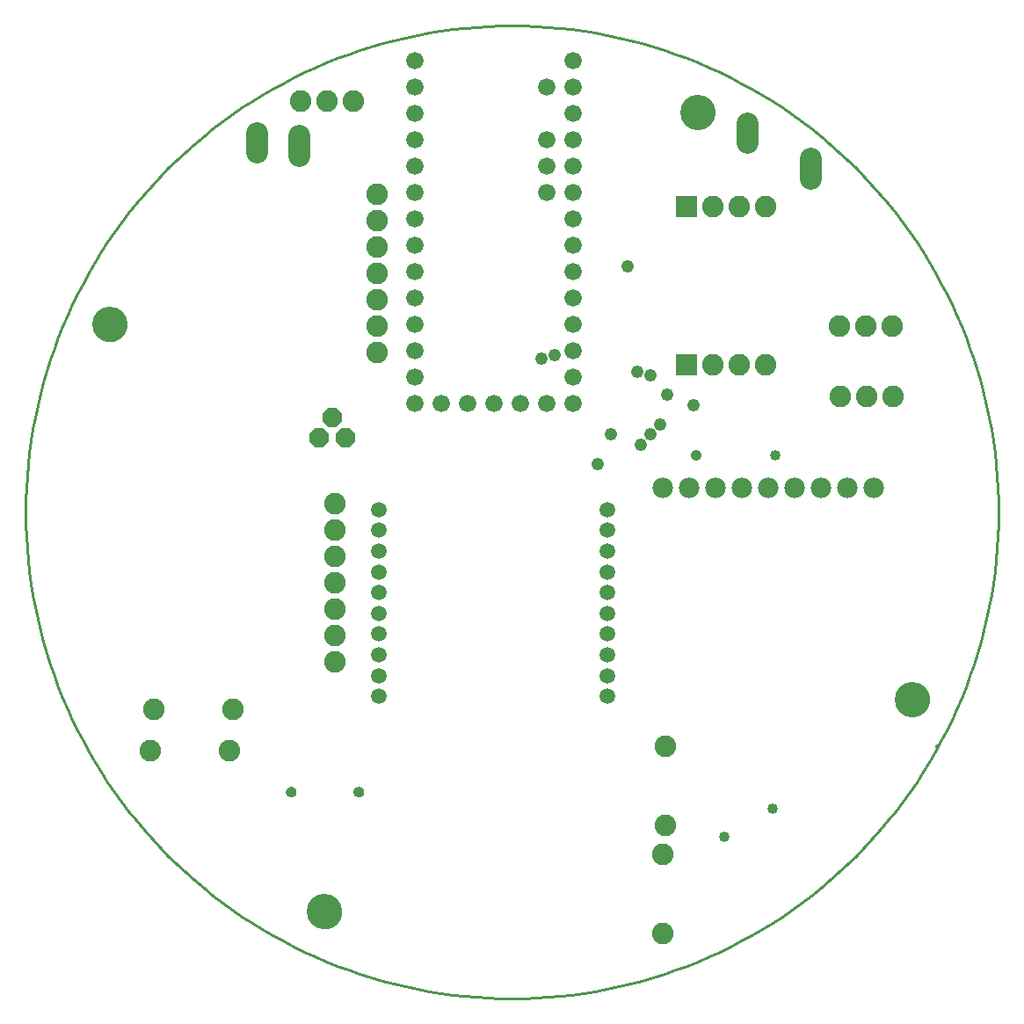
<source format=gts>
G04 EAGLE Gerber X2 export*
%TF.Part,Single*%
%TF.FileFunction,Other,Solder Mask top*%
%TF.FilePolarity,Positive*%
%TF.GenerationSoftware,Autodesk,EAGLE,9.0.0*%
%TF.CreationDate,2018-04-25T18:29:15Z*%
G75*
%MOMM*%
%FSLAX34Y34*%
%LPD*%
%AMOC8*
5,1,8,0,0,1.08239X$1,22.5*%
G01*
%ADD10C,0.254000*%
%ADD11C,0.406400*%
%ADD12C,0.000000*%
%ADD13C,3.403200*%
%ADD14C,1.981200*%
%ADD15C,1.676400*%
%ADD16C,1.511200*%
%ADD17C,2.082800*%
%ADD18R,2.082800X2.082800*%
%ADD19C,1.016000*%
%ADD20C,2.082800*%
%ADD21P,2.034460X8X22.500000*%
%ADD22C,1.047269*%
%ADD23C,1.219200*%

G36*
X-147705Y-276363D02*
X-147705Y-276363D01*
X-147579Y-276365D01*
X-146568Y-276225D01*
X-146520Y-276209D01*
X-146430Y-276190D01*
X-145475Y-275829D01*
X-145432Y-275803D01*
X-145348Y-275764D01*
X-144498Y-275199D01*
X-144461Y-275164D01*
X-144389Y-275108D01*
X-143685Y-274368D01*
X-143657Y-274326D01*
X-143599Y-274255D01*
X-143078Y-273377D01*
X-143060Y-273330D01*
X-143019Y-273247D01*
X-142706Y-272275D01*
X-142699Y-272225D01*
X-142678Y-272136D01*
X-142589Y-271119D01*
X-142594Y-271068D01*
X-142593Y-270978D01*
X-142724Y-270014D01*
X-142739Y-269966D01*
X-142759Y-269876D01*
X-143101Y-268965D01*
X-143127Y-268922D01*
X-143166Y-268839D01*
X-143703Y-268027D01*
X-143737Y-267991D01*
X-143794Y-267918D01*
X-144498Y-267247D01*
X-144540Y-267219D01*
X-144611Y-267161D01*
X-145446Y-266663D01*
X-145494Y-266645D01*
X-145576Y-266604D01*
X-146501Y-266304D01*
X-146552Y-266297D01*
X-146641Y-266276D01*
X-147610Y-266190D01*
X-147657Y-266194D01*
X-147732Y-266191D01*
X-148707Y-266292D01*
X-148756Y-266306D01*
X-148846Y-266322D01*
X-149775Y-266639D01*
X-149819Y-266663D01*
X-149904Y-266699D01*
X-150739Y-267214D01*
X-150776Y-267247D01*
X-150851Y-267302D01*
X-151550Y-267989D01*
X-151580Y-268031D01*
X-151640Y-268100D01*
X-152169Y-268926D01*
X-152188Y-268973D01*
X-152232Y-269053D01*
X-152564Y-269977D01*
X-152572Y-270027D01*
X-152596Y-270115D01*
X-152715Y-271089D01*
X-152712Y-271139D01*
X-152716Y-271226D01*
X-152621Y-272228D01*
X-152607Y-272276D01*
X-152591Y-272367D01*
X-152275Y-273323D01*
X-152251Y-273367D01*
X-152215Y-273452D01*
X-151694Y-274313D01*
X-151661Y-274351D01*
X-151608Y-274425D01*
X-150908Y-275149D01*
X-150867Y-275179D01*
X-150798Y-275240D01*
X-149955Y-275790D01*
X-149909Y-275809D01*
X-149828Y-275853D01*
X-148884Y-276202D01*
X-148834Y-276211D01*
X-148746Y-276236D01*
X-147748Y-276365D01*
X-147705Y-276363D01*
G37*
G36*
X-212729Y-276363D02*
X-212729Y-276363D01*
X-212603Y-276365D01*
X-211592Y-276225D01*
X-211544Y-276209D01*
X-211454Y-276190D01*
X-210499Y-275829D01*
X-210456Y-275803D01*
X-210372Y-275764D01*
X-209522Y-275199D01*
X-209485Y-275164D01*
X-209413Y-275108D01*
X-208709Y-274368D01*
X-208681Y-274326D01*
X-208623Y-274255D01*
X-208102Y-273377D01*
X-208084Y-273330D01*
X-208043Y-273247D01*
X-207730Y-272275D01*
X-207723Y-272225D01*
X-207702Y-272136D01*
X-207613Y-271119D01*
X-207618Y-271068D01*
X-207617Y-270978D01*
X-207748Y-270014D01*
X-207763Y-269966D01*
X-207783Y-269876D01*
X-208125Y-268965D01*
X-208151Y-268922D01*
X-208190Y-268839D01*
X-208727Y-268027D01*
X-208761Y-267991D01*
X-208818Y-267918D01*
X-209522Y-267247D01*
X-209564Y-267219D01*
X-209635Y-267161D01*
X-210470Y-266663D01*
X-210518Y-266645D01*
X-210600Y-266604D01*
X-211525Y-266304D01*
X-211576Y-266297D01*
X-211665Y-266276D01*
X-212634Y-266190D01*
X-212681Y-266194D01*
X-212756Y-266191D01*
X-213731Y-266292D01*
X-213780Y-266306D01*
X-213870Y-266322D01*
X-214799Y-266639D01*
X-214843Y-266663D01*
X-214928Y-266699D01*
X-215763Y-267214D01*
X-215800Y-267247D01*
X-215875Y-267302D01*
X-216574Y-267989D01*
X-216604Y-268031D01*
X-216664Y-268100D01*
X-217193Y-268926D01*
X-217212Y-268973D01*
X-217256Y-269053D01*
X-217588Y-269977D01*
X-217596Y-270027D01*
X-217620Y-270115D01*
X-217739Y-271089D01*
X-217736Y-271139D01*
X-217740Y-271226D01*
X-217645Y-272228D01*
X-217631Y-272276D01*
X-217615Y-272367D01*
X-217299Y-273323D01*
X-217275Y-273367D01*
X-217239Y-273452D01*
X-216718Y-274313D01*
X-216685Y-274351D01*
X-216632Y-274425D01*
X-215932Y-275149D01*
X-215891Y-275179D01*
X-215822Y-275240D01*
X-214979Y-275790D01*
X-214933Y-275809D01*
X-214852Y-275853D01*
X-213908Y-276202D01*
X-213858Y-276211D01*
X-213770Y-276236D01*
X-212772Y-276365D01*
X-212729Y-276363D01*
G37*
D10*
X-468441Y-1524D02*
X-468300Y9972D01*
X-467877Y21461D01*
X-467172Y32937D01*
X-466185Y44391D01*
X-464918Y55818D01*
X-463371Y67211D01*
X-461544Y78562D01*
X-459440Y89864D01*
X-457059Y101112D01*
X-454402Y112298D01*
X-451472Y123415D01*
X-448270Y134457D01*
X-444798Y145417D01*
X-441058Y156289D01*
X-437052Y167066D01*
X-432783Y177741D01*
X-428253Y188308D01*
X-423466Y198760D01*
X-418423Y209092D01*
X-413128Y219298D01*
X-407584Y229370D01*
X-401795Y239303D01*
X-395764Y249091D01*
X-389494Y258728D01*
X-382990Y268208D01*
X-376255Y277526D01*
X-369294Y286676D01*
X-362110Y295652D01*
X-354708Y304449D01*
X-347092Y313062D01*
X-339267Y321485D01*
X-331238Y329714D01*
X-323009Y337743D01*
X-314586Y345568D01*
X-305973Y353184D01*
X-297176Y360586D01*
X-288200Y367770D01*
X-279050Y374731D01*
X-269732Y381466D01*
X-260252Y387970D01*
X-250615Y394240D01*
X-240827Y400271D01*
X-230894Y406060D01*
X-220822Y411604D01*
X-210616Y416899D01*
X-200284Y421942D01*
X-189832Y426729D01*
X-179265Y431259D01*
X-168590Y435528D01*
X-157813Y439534D01*
X-146941Y443274D01*
X-135981Y446746D01*
X-124939Y449948D01*
X-113822Y452878D01*
X-102636Y455535D01*
X-91388Y457916D01*
X-80086Y460020D01*
X-68735Y461847D01*
X-57342Y463394D01*
X-45915Y464661D01*
X-34461Y465648D01*
X-22985Y466353D01*
X-11496Y466776D01*
X0Y466917D01*
X11496Y466776D01*
X22985Y466353D01*
X34461Y465648D01*
X45915Y464661D01*
X57342Y463394D01*
X68735Y461847D01*
X80086Y460020D01*
X91388Y457916D01*
X102636Y455535D01*
X113822Y452878D01*
X124939Y449948D01*
X135981Y446746D01*
X146941Y443274D01*
X157813Y439534D01*
X168590Y435528D01*
X179265Y431259D01*
X189832Y426729D01*
X200284Y421942D01*
X210616Y416899D01*
X220822Y411604D01*
X230894Y406060D01*
X240827Y400271D01*
X250615Y394240D01*
X260252Y387970D01*
X269732Y381466D01*
X279050Y374731D01*
X288200Y367770D01*
X297176Y360586D01*
X305973Y353184D01*
X314586Y345568D01*
X323009Y337743D01*
X331238Y329714D01*
X339267Y321485D01*
X347092Y313062D01*
X354708Y304449D01*
X362110Y295652D01*
X369294Y286676D01*
X376255Y277526D01*
X382990Y268208D01*
X389494Y258728D01*
X395764Y249091D01*
X401795Y239303D01*
X407584Y229370D01*
X413128Y219298D01*
X418423Y209092D01*
X423466Y198760D01*
X428253Y188308D01*
X432783Y177741D01*
X437052Y167066D01*
X441058Y156289D01*
X444798Y145417D01*
X448270Y134457D01*
X451472Y123415D01*
X454402Y112298D01*
X457059Y101112D01*
X459440Y89864D01*
X461544Y78562D01*
X463371Y67211D01*
X464918Y55818D01*
X466185Y44391D01*
X467172Y32937D01*
X467877Y21461D01*
X468300Y9972D01*
X468441Y-1524D01*
X468300Y-13020D01*
X467877Y-24509D01*
X467172Y-35985D01*
X466185Y-47439D01*
X464918Y-58866D01*
X463371Y-70259D01*
X461544Y-81610D01*
X459440Y-92912D01*
X457059Y-104160D01*
X454402Y-115346D01*
X451472Y-126463D01*
X448270Y-137505D01*
X444798Y-148465D01*
X441058Y-159337D01*
X437052Y-170114D01*
X432783Y-180789D01*
X428253Y-191356D01*
X423466Y-201808D01*
X418423Y-212140D01*
X413128Y-222346D01*
X407584Y-232418D01*
X401795Y-242351D01*
X395764Y-252139D01*
X389494Y-261776D01*
X382990Y-271256D01*
X376255Y-280574D01*
X369294Y-289724D01*
X362110Y-298700D01*
X354708Y-307497D01*
X347092Y-316110D01*
X339267Y-324533D01*
X331238Y-332762D01*
X323009Y-340791D01*
X314586Y-348616D01*
X305973Y-356232D01*
X297176Y-363634D01*
X288200Y-370818D01*
X279050Y-377779D01*
X269732Y-384514D01*
X260252Y-391018D01*
X250615Y-397288D01*
X240827Y-403319D01*
X230894Y-409108D01*
X220822Y-414652D01*
X210616Y-419947D01*
X200284Y-424990D01*
X189832Y-429777D01*
X179265Y-434307D01*
X168590Y-438576D01*
X157813Y-442582D01*
X146941Y-446322D01*
X135981Y-449794D01*
X124939Y-452996D01*
X113822Y-455926D01*
X102636Y-458583D01*
X91388Y-460964D01*
X80086Y-463068D01*
X68735Y-464895D01*
X57342Y-466442D01*
X45915Y-467709D01*
X34461Y-468696D01*
X22985Y-469401D01*
X11496Y-469824D01*
X0Y-469965D01*
X-11496Y-469824D01*
X-22985Y-469401D01*
X-34461Y-468696D01*
X-45915Y-467709D01*
X-57342Y-466442D01*
X-68735Y-464895D01*
X-80086Y-463068D01*
X-91388Y-460964D01*
X-102636Y-458583D01*
X-113822Y-455926D01*
X-124939Y-452996D01*
X-135981Y-449794D01*
X-146941Y-446322D01*
X-157813Y-442582D01*
X-168590Y-438576D01*
X-179265Y-434307D01*
X-189832Y-429777D01*
X-200284Y-424990D01*
X-210616Y-419947D01*
X-220822Y-414652D01*
X-230894Y-409108D01*
X-240827Y-403319D01*
X-250615Y-397288D01*
X-260252Y-391018D01*
X-269732Y-384514D01*
X-279050Y-377779D01*
X-288200Y-370818D01*
X-297176Y-363634D01*
X-305973Y-356232D01*
X-314586Y-348616D01*
X-323009Y-340791D01*
X-331238Y-332762D01*
X-339267Y-324533D01*
X-347092Y-316110D01*
X-354708Y-307497D01*
X-362110Y-298700D01*
X-369294Y-289724D01*
X-376255Y-280574D01*
X-382990Y-271256D01*
X-389494Y-261776D01*
X-395764Y-252139D01*
X-401795Y-242351D01*
X-407584Y-232418D01*
X-413128Y-222346D01*
X-418423Y-212140D01*
X-423466Y-201808D01*
X-428253Y-191356D01*
X-432783Y-180789D01*
X-437052Y-170114D01*
X-441058Y-159337D01*
X-444798Y-148465D01*
X-448270Y-137505D01*
X-451472Y-126463D01*
X-454402Y-115346D01*
X-457059Y-104160D01*
X-459440Y-92912D01*
X-461544Y-81610D01*
X-463371Y-70259D01*
X-464918Y-58866D01*
X-466185Y-47439D01*
X-467172Y-35985D01*
X-467877Y-24509D01*
X-468300Y-13020D01*
X-468441Y-1524D01*
D11*
X409634Y-227580D02*
X409742Y-227350D01*
D12*
X163070Y383540D02*
X163075Y383933D01*
X163089Y384325D01*
X163113Y384717D01*
X163147Y385108D01*
X163190Y385499D01*
X163243Y385888D01*
X163306Y386275D01*
X163377Y386661D01*
X163459Y387046D01*
X163549Y387428D01*
X163650Y387807D01*
X163759Y388185D01*
X163878Y388559D01*
X164005Y388930D01*
X164142Y389298D01*
X164288Y389663D01*
X164443Y390024D01*
X164606Y390381D01*
X164778Y390734D01*
X164959Y391082D01*
X165149Y391426D01*
X165346Y391766D01*
X165552Y392100D01*
X165766Y392429D01*
X165989Y392753D01*
X166219Y393071D01*
X166456Y393384D01*
X166702Y393690D01*
X166955Y393991D01*
X167215Y394285D01*
X167482Y394573D01*
X167756Y394854D01*
X168037Y395128D01*
X168325Y395395D01*
X168619Y395655D01*
X168920Y395908D01*
X169226Y396154D01*
X169539Y396391D01*
X169857Y396621D01*
X170181Y396844D01*
X170510Y397058D01*
X170844Y397264D01*
X171184Y397461D01*
X171528Y397651D01*
X171876Y397832D01*
X172229Y398004D01*
X172586Y398167D01*
X172947Y398322D01*
X173312Y398468D01*
X173680Y398605D01*
X174051Y398732D01*
X174425Y398851D01*
X174803Y398960D01*
X175182Y399061D01*
X175564Y399151D01*
X175949Y399233D01*
X176335Y399304D01*
X176722Y399367D01*
X177111Y399420D01*
X177502Y399463D01*
X177893Y399497D01*
X178285Y399521D01*
X178677Y399535D01*
X179070Y399540D01*
X179463Y399535D01*
X179855Y399521D01*
X180247Y399497D01*
X180638Y399463D01*
X181029Y399420D01*
X181418Y399367D01*
X181805Y399304D01*
X182191Y399233D01*
X182576Y399151D01*
X182958Y399061D01*
X183337Y398960D01*
X183715Y398851D01*
X184089Y398732D01*
X184460Y398605D01*
X184828Y398468D01*
X185193Y398322D01*
X185554Y398167D01*
X185911Y398004D01*
X186264Y397832D01*
X186612Y397651D01*
X186956Y397461D01*
X187296Y397264D01*
X187630Y397058D01*
X187959Y396844D01*
X188283Y396621D01*
X188601Y396391D01*
X188914Y396154D01*
X189220Y395908D01*
X189521Y395655D01*
X189815Y395395D01*
X190103Y395128D01*
X190384Y394854D01*
X190658Y394573D01*
X190925Y394285D01*
X191185Y393991D01*
X191438Y393690D01*
X191684Y393384D01*
X191921Y393071D01*
X192151Y392753D01*
X192374Y392429D01*
X192588Y392100D01*
X192794Y391766D01*
X192991Y391426D01*
X193181Y391082D01*
X193362Y390734D01*
X193534Y390381D01*
X193697Y390024D01*
X193852Y389663D01*
X193998Y389298D01*
X194135Y388930D01*
X194262Y388559D01*
X194381Y388185D01*
X194490Y387807D01*
X194591Y387428D01*
X194681Y387046D01*
X194763Y386661D01*
X194834Y386275D01*
X194897Y385888D01*
X194950Y385499D01*
X194993Y385108D01*
X195027Y384717D01*
X195051Y384325D01*
X195065Y383933D01*
X195070Y383540D01*
X195065Y383147D01*
X195051Y382755D01*
X195027Y382363D01*
X194993Y381972D01*
X194950Y381581D01*
X194897Y381192D01*
X194834Y380805D01*
X194763Y380419D01*
X194681Y380034D01*
X194591Y379652D01*
X194490Y379273D01*
X194381Y378895D01*
X194262Y378521D01*
X194135Y378150D01*
X193998Y377782D01*
X193852Y377417D01*
X193697Y377056D01*
X193534Y376699D01*
X193362Y376346D01*
X193181Y375998D01*
X192991Y375654D01*
X192794Y375314D01*
X192588Y374980D01*
X192374Y374651D01*
X192151Y374327D01*
X191921Y374009D01*
X191684Y373696D01*
X191438Y373390D01*
X191185Y373089D01*
X190925Y372795D01*
X190658Y372507D01*
X190384Y372226D01*
X190103Y371952D01*
X189815Y371685D01*
X189521Y371425D01*
X189220Y371172D01*
X188914Y370926D01*
X188601Y370689D01*
X188283Y370459D01*
X187959Y370236D01*
X187630Y370022D01*
X187296Y369816D01*
X186956Y369619D01*
X186612Y369429D01*
X186264Y369248D01*
X185911Y369076D01*
X185554Y368913D01*
X185193Y368758D01*
X184828Y368612D01*
X184460Y368475D01*
X184089Y368348D01*
X183715Y368229D01*
X183337Y368120D01*
X182958Y368019D01*
X182576Y367929D01*
X182191Y367847D01*
X181805Y367776D01*
X181418Y367713D01*
X181029Y367660D01*
X180638Y367617D01*
X180247Y367583D01*
X179855Y367559D01*
X179463Y367545D01*
X179070Y367540D01*
X178677Y367545D01*
X178285Y367559D01*
X177893Y367583D01*
X177502Y367617D01*
X177111Y367660D01*
X176722Y367713D01*
X176335Y367776D01*
X175949Y367847D01*
X175564Y367929D01*
X175182Y368019D01*
X174803Y368120D01*
X174425Y368229D01*
X174051Y368348D01*
X173680Y368475D01*
X173312Y368612D01*
X172947Y368758D01*
X172586Y368913D01*
X172229Y369076D01*
X171876Y369248D01*
X171528Y369429D01*
X171184Y369619D01*
X170844Y369816D01*
X170510Y370022D01*
X170181Y370236D01*
X169857Y370459D01*
X169539Y370689D01*
X169226Y370926D01*
X168920Y371172D01*
X168619Y371425D01*
X168325Y371685D01*
X168037Y371952D01*
X167756Y372226D01*
X167482Y372507D01*
X167215Y372795D01*
X166955Y373089D01*
X166702Y373390D01*
X166456Y373696D01*
X166219Y374009D01*
X165989Y374327D01*
X165766Y374651D01*
X165552Y374980D01*
X165346Y375314D01*
X165149Y375654D01*
X164959Y375998D01*
X164778Y376346D01*
X164606Y376699D01*
X164443Y377056D01*
X164288Y377417D01*
X164142Y377782D01*
X164005Y378150D01*
X163878Y378521D01*
X163759Y378895D01*
X163650Y379273D01*
X163549Y379652D01*
X163459Y380034D01*
X163377Y380419D01*
X163306Y380805D01*
X163243Y381192D01*
X163190Y381581D01*
X163147Y381972D01*
X163113Y382363D01*
X163089Y382755D01*
X163075Y383147D01*
X163070Y383540D01*
D13*
X179070Y383540D03*
D12*
X369826Y-182118D02*
X369831Y-181725D01*
X369845Y-181333D01*
X369869Y-180941D01*
X369903Y-180550D01*
X369946Y-180159D01*
X369999Y-179770D01*
X370062Y-179383D01*
X370133Y-178997D01*
X370215Y-178612D01*
X370305Y-178230D01*
X370406Y-177851D01*
X370515Y-177473D01*
X370634Y-177099D01*
X370761Y-176728D01*
X370898Y-176360D01*
X371044Y-175995D01*
X371199Y-175634D01*
X371362Y-175277D01*
X371534Y-174924D01*
X371715Y-174576D01*
X371905Y-174232D01*
X372102Y-173892D01*
X372308Y-173558D01*
X372522Y-173229D01*
X372745Y-172905D01*
X372975Y-172587D01*
X373212Y-172274D01*
X373458Y-171968D01*
X373711Y-171667D01*
X373971Y-171373D01*
X374238Y-171085D01*
X374512Y-170804D01*
X374793Y-170530D01*
X375081Y-170263D01*
X375375Y-170003D01*
X375676Y-169750D01*
X375982Y-169504D01*
X376295Y-169267D01*
X376613Y-169037D01*
X376937Y-168814D01*
X377266Y-168600D01*
X377600Y-168394D01*
X377940Y-168197D01*
X378284Y-168007D01*
X378632Y-167826D01*
X378985Y-167654D01*
X379342Y-167491D01*
X379703Y-167336D01*
X380068Y-167190D01*
X380436Y-167053D01*
X380807Y-166926D01*
X381181Y-166807D01*
X381559Y-166698D01*
X381938Y-166597D01*
X382320Y-166507D01*
X382705Y-166425D01*
X383091Y-166354D01*
X383478Y-166291D01*
X383867Y-166238D01*
X384258Y-166195D01*
X384649Y-166161D01*
X385041Y-166137D01*
X385433Y-166123D01*
X385826Y-166118D01*
X386219Y-166123D01*
X386611Y-166137D01*
X387003Y-166161D01*
X387394Y-166195D01*
X387785Y-166238D01*
X388174Y-166291D01*
X388561Y-166354D01*
X388947Y-166425D01*
X389332Y-166507D01*
X389714Y-166597D01*
X390093Y-166698D01*
X390471Y-166807D01*
X390845Y-166926D01*
X391216Y-167053D01*
X391584Y-167190D01*
X391949Y-167336D01*
X392310Y-167491D01*
X392667Y-167654D01*
X393020Y-167826D01*
X393368Y-168007D01*
X393712Y-168197D01*
X394052Y-168394D01*
X394386Y-168600D01*
X394715Y-168814D01*
X395039Y-169037D01*
X395357Y-169267D01*
X395670Y-169504D01*
X395976Y-169750D01*
X396277Y-170003D01*
X396571Y-170263D01*
X396859Y-170530D01*
X397140Y-170804D01*
X397414Y-171085D01*
X397681Y-171373D01*
X397941Y-171667D01*
X398194Y-171968D01*
X398440Y-172274D01*
X398677Y-172587D01*
X398907Y-172905D01*
X399130Y-173229D01*
X399344Y-173558D01*
X399550Y-173892D01*
X399747Y-174232D01*
X399937Y-174576D01*
X400118Y-174924D01*
X400290Y-175277D01*
X400453Y-175634D01*
X400608Y-175995D01*
X400754Y-176360D01*
X400891Y-176728D01*
X401018Y-177099D01*
X401137Y-177473D01*
X401246Y-177851D01*
X401347Y-178230D01*
X401437Y-178612D01*
X401519Y-178997D01*
X401590Y-179383D01*
X401653Y-179770D01*
X401706Y-180159D01*
X401749Y-180550D01*
X401783Y-180941D01*
X401807Y-181333D01*
X401821Y-181725D01*
X401826Y-182118D01*
X401821Y-182511D01*
X401807Y-182903D01*
X401783Y-183295D01*
X401749Y-183686D01*
X401706Y-184077D01*
X401653Y-184466D01*
X401590Y-184853D01*
X401519Y-185239D01*
X401437Y-185624D01*
X401347Y-186006D01*
X401246Y-186385D01*
X401137Y-186763D01*
X401018Y-187137D01*
X400891Y-187508D01*
X400754Y-187876D01*
X400608Y-188241D01*
X400453Y-188602D01*
X400290Y-188959D01*
X400118Y-189312D01*
X399937Y-189660D01*
X399747Y-190004D01*
X399550Y-190344D01*
X399344Y-190678D01*
X399130Y-191007D01*
X398907Y-191331D01*
X398677Y-191649D01*
X398440Y-191962D01*
X398194Y-192268D01*
X397941Y-192569D01*
X397681Y-192863D01*
X397414Y-193151D01*
X397140Y-193432D01*
X396859Y-193706D01*
X396571Y-193973D01*
X396277Y-194233D01*
X395976Y-194486D01*
X395670Y-194732D01*
X395357Y-194969D01*
X395039Y-195199D01*
X394715Y-195422D01*
X394386Y-195636D01*
X394052Y-195842D01*
X393712Y-196039D01*
X393368Y-196229D01*
X393020Y-196410D01*
X392667Y-196582D01*
X392310Y-196745D01*
X391949Y-196900D01*
X391584Y-197046D01*
X391216Y-197183D01*
X390845Y-197310D01*
X390471Y-197429D01*
X390093Y-197538D01*
X389714Y-197639D01*
X389332Y-197729D01*
X388947Y-197811D01*
X388561Y-197882D01*
X388174Y-197945D01*
X387785Y-197998D01*
X387394Y-198041D01*
X387003Y-198075D01*
X386611Y-198099D01*
X386219Y-198113D01*
X385826Y-198118D01*
X385433Y-198113D01*
X385041Y-198099D01*
X384649Y-198075D01*
X384258Y-198041D01*
X383867Y-197998D01*
X383478Y-197945D01*
X383091Y-197882D01*
X382705Y-197811D01*
X382320Y-197729D01*
X381938Y-197639D01*
X381559Y-197538D01*
X381181Y-197429D01*
X380807Y-197310D01*
X380436Y-197183D01*
X380068Y-197046D01*
X379703Y-196900D01*
X379342Y-196745D01*
X378985Y-196582D01*
X378632Y-196410D01*
X378284Y-196229D01*
X377940Y-196039D01*
X377600Y-195842D01*
X377266Y-195636D01*
X376937Y-195422D01*
X376613Y-195199D01*
X376295Y-194969D01*
X375982Y-194732D01*
X375676Y-194486D01*
X375375Y-194233D01*
X375081Y-193973D01*
X374793Y-193706D01*
X374512Y-193432D01*
X374238Y-193151D01*
X373971Y-192863D01*
X373711Y-192569D01*
X373458Y-192268D01*
X373212Y-191962D01*
X372975Y-191649D01*
X372745Y-191331D01*
X372522Y-191007D01*
X372308Y-190678D01*
X372102Y-190344D01*
X371905Y-190004D01*
X371715Y-189660D01*
X371534Y-189312D01*
X371362Y-188959D01*
X371199Y-188602D01*
X371044Y-188241D01*
X370898Y-187876D01*
X370761Y-187508D01*
X370634Y-187137D01*
X370515Y-186763D01*
X370406Y-186385D01*
X370305Y-186006D01*
X370215Y-185624D01*
X370133Y-185239D01*
X370062Y-184853D01*
X369999Y-184466D01*
X369946Y-184077D01*
X369903Y-183686D01*
X369869Y-183295D01*
X369845Y-182903D01*
X369831Y-182511D01*
X369826Y-182118D01*
D13*
X385826Y-182118D03*
D12*
X-403350Y179070D02*
X-403345Y179463D01*
X-403331Y179855D01*
X-403307Y180247D01*
X-403273Y180638D01*
X-403230Y181029D01*
X-403177Y181418D01*
X-403114Y181805D01*
X-403043Y182191D01*
X-402961Y182576D01*
X-402871Y182958D01*
X-402770Y183337D01*
X-402661Y183715D01*
X-402542Y184089D01*
X-402415Y184460D01*
X-402278Y184828D01*
X-402132Y185193D01*
X-401977Y185554D01*
X-401814Y185911D01*
X-401642Y186264D01*
X-401461Y186612D01*
X-401271Y186956D01*
X-401074Y187296D01*
X-400868Y187630D01*
X-400654Y187959D01*
X-400431Y188283D01*
X-400201Y188601D01*
X-399964Y188914D01*
X-399718Y189220D01*
X-399465Y189521D01*
X-399205Y189815D01*
X-398938Y190103D01*
X-398664Y190384D01*
X-398383Y190658D01*
X-398095Y190925D01*
X-397801Y191185D01*
X-397500Y191438D01*
X-397194Y191684D01*
X-396881Y191921D01*
X-396563Y192151D01*
X-396239Y192374D01*
X-395910Y192588D01*
X-395576Y192794D01*
X-395236Y192991D01*
X-394892Y193181D01*
X-394544Y193362D01*
X-394191Y193534D01*
X-393834Y193697D01*
X-393473Y193852D01*
X-393108Y193998D01*
X-392740Y194135D01*
X-392369Y194262D01*
X-391995Y194381D01*
X-391617Y194490D01*
X-391238Y194591D01*
X-390856Y194681D01*
X-390471Y194763D01*
X-390085Y194834D01*
X-389698Y194897D01*
X-389309Y194950D01*
X-388918Y194993D01*
X-388527Y195027D01*
X-388135Y195051D01*
X-387743Y195065D01*
X-387350Y195070D01*
X-386957Y195065D01*
X-386565Y195051D01*
X-386173Y195027D01*
X-385782Y194993D01*
X-385391Y194950D01*
X-385002Y194897D01*
X-384615Y194834D01*
X-384229Y194763D01*
X-383844Y194681D01*
X-383462Y194591D01*
X-383083Y194490D01*
X-382705Y194381D01*
X-382331Y194262D01*
X-381960Y194135D01*
X-381592Y193998D01*
X-381227Y193852D01*
X-380866Y193697D01*
X-380509Y193534D01*
X-380156Y193362D01*
X-379808Y193181D01*
X-379464Y192991D01*
X-379124Y192794D01*
X-378790Y192588D01*
X-378461Y192374D01*
X-378137Y192151D01*
X-377819Y191921D01*
X-377506Y191684D01*
X-377200Y191438D01*
X-376899Y191185D01*
X-376605Y190925D01*
X-376317Y190658D01*
X-376036Y190384D01*
X-375762Y190103D01*
X-375495Y189815D01*
X-375235Y189521D01*
X-374982Y189220D01*
X-374736Y188914D01*
X-374499Y188601D01*
X-374269Y188283D01*
X-374046Y187959D01*
X-373832Y187630D01*
X-373626Y187296D01*
X-373429Y186956D01*
X-373239Y186612D01*
X-373058Y186264D01*
X-372886Y185911D01*
X-372723Y185554D01*
X-372568Y185193D01*
X-372422Y184828D01*
X-372285Y184460D01*
X-372158Y184089D01*
X-372039Y183715D01*
X-371930Y183337D01*
X-371829Y182958D01*
X-371739Y182576D01*
X-371657Y182191D01*
X-371586Y181805D01*
X-371523Y181418D01*
X-371470Y181029D01*
X-371427Y180638D01*
X-371393Y180247D01*
X-371369Y179855D01*
X-371355Y179463D01*
X-371350Y179070D01*
X-371355Y178677D01*
X-371369Y178285D01*
X-371393Y177893D01*
X-371427Y177502D01*
X-371470Y177111D01*
X-371523Y176722D01*
X-371586Y176335D01*
X-371657Y175949D01*
X-371739Y175564D01*
X-371829Y175182D01*
X-371930Y174803D01*
X-372039Y174425D01*
X-372158Y174051D01*
X-372285Y173680D01*
X-372422Y173312D01*
X-372568Y172947D01*
X-372723Y172586D01*
X-372886Y172229D01*
X-373058Y171876D01*
X-373239Y171528D01*
X-373429Y171184D01*
X-373626Y170844D01*
X-373832Y170510D01*
X-374046Y170181D01*
X-374269Y169857D01*
X-374499Y169539D01*
X-374736Y169226D01*
X-374982Y168920D01*
X-375235Y168619D01*
X-375495Y168325D01*
X-375762Y168037D01*
X-376036Y167756D01*
X-376317Y167482D01*
X-376605Y167215D01*
X-376899Y166955D01*
X-377200Y166702D01*
X-377506Y166456D01*
X-377819Y166219D01*
X-378137Y165989D01*
X-378461Y165766D01*
X-378790Y165552D01*
X-379124Y165346D01*
X-379464Y165149D01*
X-379808Y164959D01*
X-380156Y164778D01*
X-380509Y164606D01*
X-380866Y164443D01*
X-381227Y164288D01*
X-381592Y164142D01*
X-381960Y164005D01*
X-382331Y163878D01*
X-382705Y163759D01*
X-383083Y163650D01*
X-383462Y163549D01*
X-383844Y163459D01*
X-384229Y163377D01*
X-384615Y163306D01*
X-385002Y163243D01*
X-385391Y163190D01*
X-385782Y163147D01*
X-386173Y163113D01*
X-386565Y163089D01*
X-386957Y163075D01*
X-387350Y163070D01*
X-387743Y163075D01*
X-388135Y163089D01*
X-388527Y163113D01*
X-388918Y163147D01*
X-389309Y163190D01*
X-389698Y163243D01*
X-390085Y163306D01*
X-390471Y163377D01*
X-390856Y163459D01*
X-391238Y163549D01*
X-391617Y163650D01*
X-391995Y163759D01*
X-392369Y163878D01*
X-392740Y164005D01*
X-393108Y164142D01*
X-393473Y164288D01*
X-393834Y164443D01*
X-394191Y164606D01*
X-394544Y164778D01*
X-394892Y164959D01*
X-395236Y165149D01*
X-395576Y165346D01*
X-395910Y165552D01*
X-396239Y165766D01*
X-396563Y165989D01*
X-396881Y166219D01*
X-397194Y166456D01*
X-397500Y166702D01*
X-397801Y166955D01*
X-398095Y167215D01*
X-398383Y167482D01*
X-398664Y167756D01*
X-398938Y168037D01*
X-399205Y168325D01*
X-399465Y168619D01*
X-399718Y168920D01*
X-399964Y169226D01*
X-400201Y169539D01*
X-400431Y169857D01*
X-400654Y170181D01*
X-400868Y170510D01*
X-401074Y170844D01*
X-401271Y171184D01*
X-401461Y171528D01*
X-401642Y171876D01*
X-401814Y172229D01*
X-401977Y172586D01*
X-402132Y172947D01*
X-402278Y173312D01*
X-402415Y173680D01*
X-402542Y174051D01*
X-402661Y174425D01*
X-402770Y174803D01*
X-402871Y175182D01*
X-402961Y175564D01*
X-403043Y175949D01*
X-403114Y176335D01*
X-403177Y176722D01*
X-403230Y177111D01*
X-403273Y177502D01*
X-403307Y177893D01*
X-403331Y178285D01*
X-403345Y178677D01*
X-403350Y179070D01*
D13*
X-387350Y179070D03*
D12*
X-196594Y-386588D02*
X-196589Y-386195D01*
X-196575Y-385803D01*
X-196551Y-385411D01*
X-196517Y-385020D01*
X-196474Y-384629D01*
X-196421Y-384240D01*
X-196358Y-383853D01*
X-196287Y-383467D01*
X-196205Y-383082D01*
X-196115Y-382700D01*
X-196014Y-382321D01*
X-195905Y-381943D01*
X-195786Y-381569D01*
X-195659Y-381198D01*
X-195522Y-380830D01*
X-195376Y-380465D01*
X-195221Y-380104D01*
X-195058Y-379747D01*
X-194886Y-379394D01*
X-194705Y-379046D01*
X-194515Y-378702D01*
X-194318Y-378362D01*
X-194112Y-378028D01*
X-193898Y-377699D01*
X-193675Y-377375D01*
X-193445Y-377057D01*
X-193208Y-376744D01*
X-192962Y-376438D01*
X-192709Y-376137D01*
X-192449Y-375843D01*
X-192182Y-375555D01*
X-191908Y-375274D01*
X-191627Y-375000D01*
X-191339Y-374733D01*
X-191045Y-374473D01*
X-190744Y-374220D01*
X-190438Y-373974D01*
X-190125Y-373737D01*
X-189807Y-373507D01*
X-189483Y-373284D01*
X-189154Y-373070D01*
X-188820Y-372864D01*
X-188480Y-372667D01*
X-188136Y-372477D01*
X-187788Y-372296D01*
X-187435Y-372124D01*
X-187078Y-371961D01*
X-186717Y-371806D01*
X-186352Y-371660D01*
X-185984Y-371523D01*
X-185613Y-371396D01*
X-185239Y-371277D01*
X-184861Y-371168D01*
X-184482Y-371067D01*
X-184100Y-370977D01*
X-183715Y-370895D01*
X-183329Y-370824D01*
X-182942Y-370761D01*
X-182553Y-370708D01*
X-182162Y-370665D01*
X-181771Y-370631D01*
X-181379Y-370607D01*
X-180987Y-370593D01*
X-180594Y-370588D01*
X-180201Y-370593D01*
X-179809Y-370607D01*
X-179417Y-370631D01*
X-179026Y-370665D01*
X-178635Y-370708D01*
X-178246Y-370761D01*
X-177859Y-370824D01*
X-177473Y-370895D01*
X-177088Y-370977D01*
X-176706Y-371067D01*
X-176327Y-371168D01*
X-175949Y-371277D01*
X-175575Y-371396D01*
X-175204Y-371523D01*
X-174836Y-371660D01*
X-174471Y-371806D01*
X-174110Y-371961D01*
X-173753Y-372124D01*
X-173400Y-372296D01*
X-173052Y-372477D01*
X-172708Y-372667D01*
X-172368Y-372864D01*
X-172034Y-373070D01*
X-171705Y-373284D01*
X-171381Y-373507D01*
X-171063Y-373737D01*
X-170750Y-373974D01*
X-170444Y-374220D01*
X-170143Y-374473D01*
X-169849Y-374733D01*
X-169561Y-375000D01*
X-169280Y-375274D01*
X-169006Y-375555D01*
X-168739Y-375843D01*
X-168479Y-376137D01*
X-168226Y-376438D01*
X-167980Y-376744D01*
X-167743Y-377057D01*
X-167513Y-377375D01*
X-167290Y-377699D01*
X-167076Y-378028D01*
X-166870Y-378362D01*
X-166673Y-378702D01*
X-166483Y-379046D01*
X-166302Y-379394D01*
X-166130Y-379747D01*
X-165967Y-380104D01*
X-165812Y-380465D01*
X-165666Y-380830D01*
X-165529Y-381198D01*
X-165402Y-381569D01*
X-165283Y-381943D01*
X-165174Y-382321D01*
X-165073Y-382700D01*
X-164983Y-383082D01*
X-164901Y-383467D01*
X-164830Y-383853D01*
X-164767Y-384240D01*
X-164714Y-384629D01*
X-164671Y-385020D01*
X-164637Y-385411D01*
X-164613Y-385803D01*
X-164599Y-386195D01*
X-164594Y-386588D01*
X-164599Y-386981D01*
X-164613Y-387373D01*
X-164637Y-387765D01*
X-164671Y-388156D01*
X-164714Y-388547D01*
X-164767Y-388936D01*
X-164830Y-389323D01*
X-164901Y-389709D01*
X-164983Y-390094D01*
X-165073Y-390476D01*
X-165174Y-390855D01*
X-165283Y-391233D01*
X-165402Y-391607D01*
X-165529Y-391978D01*
X-165666Y-392346D01*
X-165812Y-392711D01*
X-165967Y-393072D01*
X-166130Y-393429D01*
X-166302Y-393782D01*
X-166483Y-394130D01*
X-166673Y-394474D01*
X-166870Y-394814D01*
X-167076Y-395148D01*
X-167290Y-395477D01*
X-167513Y-395801D01*
X-167743Y-396119D01*
X-167980Y-396432D01*
X-168226Y-396738D01*
X-168479Y-397039D01*
X-168739Y-397333D01*
X-169006Y-397621D01*
X-169280Y-397902D01*
X-169561Y-398176D01*
X-169849Y-398443D01*
X-170143Y-398703D01*
X-170444Y-398956D01*
X-170750Y-399202D01*
X-171063Y-399439D01*
X-171381Y-399669D01*
X-171705Y-399892D01*
X-172034Y-400106D01*
X-172368Y-400312D01*
X-172708Y-400509D01*
X-173052Y-400699D01*
X-173400Y-400880D01*
X-173753Y-401052D01*
X-174110Y-401215D01*
X-174471Y-401370D01*
X-174836Y-401516D01*
X-175204Y-401653D01*
X-175575Y-401780D01*
X-175949Y-401899D01*
X-176327Y-402008D01*
X-176706Y-402109D01*
X-177088Y-402199D01*
X-177473Y-402281D01*
X-177859Y-402352D01*
X-178246Y-402415D01*
X-178635Y-402468D01*
X-179026Y-402511D01*
X-179417Y-402545D01*
X-179809Y-402569D01*
X-180201Y-402583D01*
X-180594Y-402588D01*
X-180987Y-402583D01*
X-181379Y-402569D01*
X-181771Y-402545D01*
X-182162Y-402511D01*
X-182553Y-402468D01*
X-182942Y-402415D01*
X-183329Y-402352D01*
X-183715Y-402281D01*
X-184100Y-402199D01*
X-184482Y-402109D01*
X-184861Y-402008D01*
X-185239Y-401899D01*
X-185613Y-401780D01*
X-185984Y-401653D01*
X-186352Y-401516D01*
X-186717Y-401370D01*
X-187078Y-401215D01*
X-187435Y-401052D01*
X-187788Y-400880D01*
X-188136Y-400699D01*
X-188480Y-400509D01*
X-188820Y-400312D01*
X-189154Y-400106D01*
X-189483Y-399892D01*
X-189807Y-399669D01*
X-190125Y-399439D01*
X-190438Y-399202D01*
X-190744Y-398956D01*
X-191045Y-398703D01*
X-191339Y-398443D01*
X-191627Y-398176D01*
X-191908Y-397902D01*
X-192182Y-397621D01*
X-192449Y-397333D01*
X-192709Y-397039D01*
X-192962Y-396738D01*
X-193208Y-396432D01*
X-193445Y-396119D01*
X-193675Y-395801D01*
X-193898Y-395477D01*
X-194112Y-395148D01*
X-194318Y-394814D01*
X-194515Y-394474D01*
X-194705Y-394130D01*
X-194886Y-393782D01*
X-195058Y-393429D01*
X-195221Y-393072D01*
X-195376Y-392711D01*
X-195522Y-392346D01*
X-195659Y-391978D01*
X-195786Y-391607D01*
X-195905Y-391233D01*
X-196014Y-390855D01*
X-196115Y-390476D01*
X-196205Y-390094D01*
X-196287Y-389709D01*
X-196358Y-389323D01*
X-196421Y-388936D01*
X-196474Y-388547D01*
X-196517Y-388156D01*
X-196551Y-387765D01*
X-196575Y-387373D01*
X-196589Y-386981D01*
X-196594Y-386588D01*
D13*
X-180594Y-386588D03*
D14*
X144781Y21335D03*
X170181Y21335D03*
X195581Y21335D03*
X220981Y21335D03*
X246381Y21335D03*
X271781Y21335D03*
X297181Y21335D03*
X322581Y21335D03*
X347981Y21335D03*
D15*
X-93472Y433578D03*
X-93472Y408178D03*
X-93472Y382778D03*
X-93472Y357378D03*
X-93472Y331978D03*
X-93472Y306578D03*
X-93472Y281178D03*
X-93472Y255778D03*
X-93472Y230378D03*
X-93472Y204978D03*
X-93472Y179578D03*
X-93472Y154178D03*
X-93472Y128778D03*
X-93472Y103378D03*
X-68072Y103378D03*
X-42672Y103378D03*
X-17272Y103378D03*
X8128Y103378D03*
X33528Y103378D03*
X58928Y103378D03*
X58928Y128778D03*
X58928Y154178D03*
X58928Y179578D03*
X58928Y204978D03*
X58928Y230378D03*
X58928Y255778D03*
X58928Y281178D03*
X58928Y306578D03*
X58928Y331978D03*
X58928Y357378D03*
X58928Y382778D03*
X58928Y408178D03*
X33528Y408178D03*
X33528Y357378D03*
X33528Y331978D03*
X33528Y306578D03*
X58928Y433578D03*
D16*
X91881Y-179164D03*
X91881Y-159164D03*
X91881Y-139164D03*
X91881Y-119164D03*
X91881Y-99164D03*
X91881Y-79164D03*
X91881Y-59164D03*
X91881Y-39164D03*
X91881Y-19164D03*
X91881Y836D03*
X-128119Y836D03*
X-128119Y-19164D03*
X-128119Y-39164D03*
X-128119Y-59164D03*
X-128119Y-79164D03*
X-128119Y-99164D03*
X-128119Y-119164D03*
X-128119Y-139164D03*
X-128119Y-159164D03*
X-128119Y-179164D03*
D17*
X-129794Y304379D03*
X-129794Y278979D03*
X-129794Y253579D03*
X-129794Y228179D03*
X-129794Y202779D03*
X-129794Y177379D03*
X-129794Y151979D03*
D18*
X167894Y292354D03*
D17*
X193294Y292354D03*
X218694Y292354D03*
X244094Y292354D03*
D18*
X167894Y139954D03*
D17*
X193294Y139954D03*
X218694Y139954D03*
X244094Y139954D03*
X-170774Y-146029D03*
X-170774Y-120629D03*
X-170774Y-95229D03*
X-170774Y-69829D03*
X-170774Y-44429D03*
X-170774Y-19029D03*
X-170774Y6371D03*
D19*
X204724Y-314706D03*
D17*
X316462Y109418D03*
X341862Y109418D03*
X367262Y109418D03*
X-203454Y394208D03*
X-178054Y394208D03*
X-152654Y394208D03*
X315638Y177552D03*
X341038Y177552D03*
X366438Y177552D03*
D20*
X-246042Y345018D02*
X-246042Y363814D01*
X-205232Y360934D02*
X-205232Y342138D01*
X287529Y338922D02*
X287529Y320126D01*
D21*
X-185591Y70108D03*
X-172891Y89158D03*
X-160191Y70108D03*
D19*
X253628Y53207D03*
D22*
X177428Y53207D03*
D17*
X-345278Y-191763D03*
X-269078Y-191763D03*
X-271944Y-231384D03*
X-348144Y-231384D03*
X147317Y-227252D03*
X147317Y-303452D03*
X145542Y-330964D03*
X145542Y-407164D03*
D20*
X226314Y354076D02*
X226314Y372872D01*
D19*
X251435Y-286991D03*
D23*
X174625Y101600D03*
X120650Y133350D03*
X123825Y63500D03*
X95250Y73025D03*
X111125Y234950D03*
X133350Y73025D03*
X133350Y130175D03*
X28575Y146050D03*
X142875Y82550D03*
X149225Y111125D03*
X41275Y149225D03*
X82550Y44450D03*
M02*

</source>
